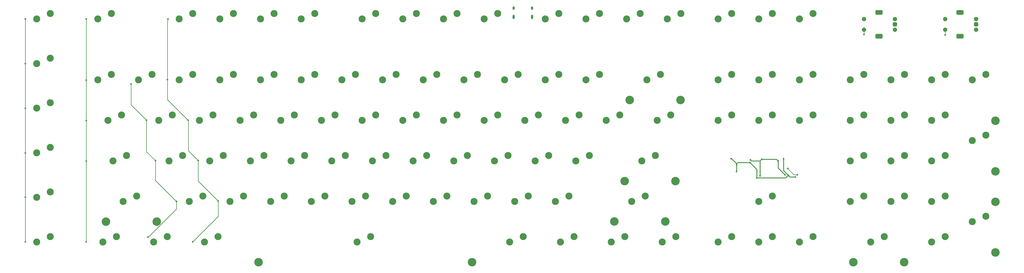
<source format=gbr>
%TF.GenerationSoftware,KiCad,Pcbnew,8.0.2*%
%TF.CreationDate,2024-05-15T22:30:44+02:00*%
%TF.ProjectId,micha_board,6d696368-615f-4626-9f61-72642e6b6963,rev?*%
%TF.SameCoordinates,Original*%
%TF.FileFunction,Copper,L1,Top*%
%TF.FilePolarity,Positive*%
%FSLAX46Y46*%
G04 Gerber Fmt 4.6, Leading zero omitted, Abs format (unit mm)*
G04 Created by KiCad (PCBNEW 8.0.2) date 2024-05-15 22:30:44*
%MOMM*%
%LPD*%
G01*
G04 APERTURE LIST*
G04 Aperture macros list*
%AMRoundRect*
0 Rectangle with rounded corners*
0 $1 Rounding radius*
0 $2 $3 $4 $5 $6 $7 $8 $9 X,Y pos of 4 corners*
0 Add a 4 corners polygon primitive as box body*
4,1,4,$2,$3,$4,$5,$6,$7,$8,$9,$2,$3,0*
0 Add four circle primitives for the rounded corners*
1,1,$1+$1,$2,$3*
1,1,$1+$1,$4,$5*
1,1,$1+$1,$6,$7*
1,1,$1+$1,$8,$9*
0 Add four rect primitives between the rounded corners*
20,1,$1+$1,$2,$3,$4,$5,0*
20,1,$1+$1,$4,$5,$6,$7,0*
20,1,$1+$1,$6,$7,$8,$9,0*
20,1,$1+$1,$8,$9,$2,$3,0*%
G04 Aperture macros list end*
%TA.AperFunction,ComponentPad*%
%ADD10O,1.000000X2.100000*%
%TD*%
%TA.AperFunction,ComponentPad*%
%ADD11O,1.000000X1.600000*%
%TD*%
%TA.AperFunction,ComponentPad*%
%ADD12C,2.000000*%
%TD*%
%TA.AperFunction,ComponentPad*%
%ADD13RoundRect,0.500000X0.500000X0.500000X-0.500000X0.500000X-0.500000X-0.500000X0.500000X-0.500000X0*%
%TD*%
%TA.AperFunction,ComponentPad*%
%ADD14RoundRect,0.550000X1.150000X0.550000X-1.150000X0.550000X-1.150000X-0.550000X1.150000X-0.550000X0*%
%TD*%
%TA.AperFunction,ComponentPad*%
%ADD15C,4.000000*%
%TD*%
%TA.AperFunction,ComponentPad*%
%ADD16C,3.300000*%
%TD*%
%TA.AperFunction,ViaPad*%
%ADD17C,0.800000*%
%TD*%
%TA.AperFunction,Conductor*%
%ADD18C,0.250000*%
%TD*%
%TA.AperFunction,Conductor*%
%ADD19C,0.400000*%
%TD*%
G04 APERTURE END LIST*
D10*
%TO.P,J1,S1,SHIELD*%
%TO.N,GND*%
X257580000Y-34630000D03*
D11*
X257580000Y-30450000D03*
D10*
X266220000Y-34630000D03*
D11*
X266220000Y-30450000D03*
%TD*%
D12*
%TO.P,SW2,A,A*%
%TO.N,ENC1_B*%
X474200000Y-40600000D03*
%TO.P,SW2,B,B*%
%TO.N,ENC1_A*%
X474200000Y-35600000D03*
D13*
%TO.P,SW2,C,C*%
%TO.N,GND*%
X474200000Y-38100000D03*
D14*
%TO.P,SW2,MP*%
%TO.N,N/C*%
X466700000Y-43700000D03*
X466700000Y-32500000D03*
D12*
%TO.P,SW2,S1,S1*%
%TO.N,COL19*%
X459700000Y-35600000D03*
%TO.P,SW2,S2,S2*%
%TO.N,Net-(D112-A)*%
X459700000Y-40600000D03*
%TD*%
%TO.P,SW1,A,A*%
%TO.N,ENC0_B*%
X436200000Y-40600000D03*
%TO.P,SW1,B,B*%
%TO.N,ENC0_A*%
X436200000Y-35600000D03*
D13*
%TO.P,SW1,C,C*%
%TO.N,GND*%
X436200000Y-38100000D03*
D14*
%TO.P,SW1,MP*%
%TO.N,N/C*%
X428700000Y-43700000D03*
X428700000Y-32500000D03*
D12*
%TO.P,SW1,S1,S1*%
%TO.N,COL17*%
X421700000Y-35600000D03*
%TO.P,SW1,S2,S2*%
%TO.N,Net-(D111-A)*%
X421700000Y-40600000D03*
%TD*%
D15*
%TO.P,S8,*%
%TO.N,*%
X335756250Y-73660000D03*
X311943750Y-73660000D03*
%TD*%
%TO.P,S4,*%
%TO.N,*%
X328612500Y-130730625D03*
X304800000Y-130730625D03*
%TD*%
%TO.P,S7,*%
%TO.N,*%
X483235000Y-83343750D03*
X483235000Y-107156250D03*
%TD*%
%TO.P,S6,*%
%TO.N,*%
X483235000Y-121443750D03*
X483235000Y-145256250D03*
%TD*%
%TO.P,S5,*%
%TO.N,*%
X440531250Y-149860000D03*
X416718750Y-149860000D03*
%TD*%
%TO.P,S3,*%
%TO.N,*%
X333375000Y-111760000D03*
X309562500Y-111760000D03*
%TD*%
%TO.P,S2,*%
%TO.N,*%
X90487500Y-130810000D03*
X66675000Y-130810000D03*
%TD*%
%TO.P,S1,*%
%TO.N,*%
X238125000Y-149860000D03*
X138112500Y-149860000D03*
%TD*%
D16*
%TO.P,MX110,1,1*%
%TO.N,COL19*%
X453390000Y-140335000D03*
%TO.P,MX110,2,2*%
%TO.N,Net-(D110-A)*%
X459740000Y-137795000D03*
%TD*%
%TO.P,MX109,1,1*%
%TO.N,COL17*%
X424815000Y-140335000D03*
%TO.P,MX109,2,2*%
%TO.N,Net-(D109-A)*%
X431165000Y-137795000D03*
%TD*%
%TO.P,MX108,1,1*%
%TO.N,COL16*%
X391477500Y-140335000D03*
%TO.P,MX108,2,2*%
%TO.N,Net-(D108-A)*%
X397827500Y-137795000D03*
%TD*%
%TO.P,MX107,1,1*%
%TO.N,COL15*%
X372427500Y-140335000D03*
%TO.P,MX107,2,2*%
%TO.N,Net-(D107-A)*%
X378777500Y-137795000D03*
%TD*%
%TO.P,MX106,1,1*%
%TO.N,COL14*%
X353377500Y-140335000D03*
%TO.P,MX106,2,2*%
%TO.N,Net-(D106-A)*%
X359727500Y-137795000D03*
%TD*%
%TO.P,MX105,1,1*%
%TO.N,COL13*%
X327183750Y-140335000D03*
%TO.P,MX105,2,2*%
%TO.N,Net-(D105-A)*%
X333533750Y-137795000D03*
%TD*%
%TO.P,MX104,1,1*%
%TO.N,COL12*%
X303371250Y-140335000D03*
%TO.P,MX104,2,2*%
%TO.N,Net-(D104-A)*%
X309721250Y-137795000D03*
%TD*%
%TO.P,MX103,1,1*%
%TO.N,COL10*%
X279558750Y-140335000D03*
%TO.P,MX103,2,2*%
%TO.N,Net-(D103-A)*%
X285908750Y-137795000D03*
%TD*%
%TO.P,MX102,1,1*%
%TO.N,COL09*%
X255746250Y-140335000D03*
%TO.P,MX102,2,2*%
%TO.N,Net-(D102-A)*%
X262096250Y-137795000D03*
%TD*%
%TO.P,MX101,1,1*%
%TO.N,COL05*%
X184308750Y-140335000D03*
%TO.P,MX101,2,2*%
%TO.N,Net-(D101-A)*%
X190658750Y-137795000D03*
%TD*%
%TO.P,MX100,1,1*%
%TO.N,COL02*%
X112871250Y-140335000D03*
%TO.P,MX100,2,2*%
%TO.N,Net-(D100-A)*%
X119221250Y-137795000D03*
%TD*%
%TO.P,MX99,1,1*%
%TO.N,Net-(MX20-Pad1)*%
X89058750Y-140335000D03*
%TO.P,MX99,2,2*%
%TO.N,Net-(D99-A)*%
X95408750Y-137795000D03*
%TD*%
%TO.P,MX98,1,1*%
%TO.N,COL01*%
X65246250Y-140335000D03*
%TO.P,MX98,2,2*%
%TO.N,Net-(D98-A)*%
X71596250Y-137795000D03*
%TD*%
%TO.P,MX97,1,1*%
%TO.N,COL00*%
X34290000Y-140335000D03*
%TO.P,MX97,2,2*%
%TO.N,Net-(D97-A)*%
X40640000Y-137795000D03*
%TD*%
%TO.P,MX96,1,1*%
%TO.N,COL08*%
X472440000Y-130810000D03*
%TO.P,MX96,2,2*%
%TO.N,Net-(D96-A)*%
X478790000Y-128270000D03*
%TD*%
%TO.P,MX95,1,1*%
%TO.N,COL19*%
X453390000Y-121285000D03*
%TO.P,MX95,2,2*%
%TO.N,Net-(D95-A)*%
X459740000Y-118745000D03*
%TD*%
%TO.P,MX94,1,1*%
%TO.N,COL14*%
X434340000Y-121285000D03*
%TO.P,MX94,2,2*%
%TO.N,Net-(D94-A)*%
X440690000Y-118745000D03*
%TD*%
%TO.P,MX93,1,1*%
%TO.N,COL17*%
X415290000Y-121285000D03*
%TO.P,MX93,2,2*%
%TO.N,Net-(D93-A)*%
X421640000Y-118745000D03*
%TD*%
%TO.P,MX92,1,1*%
%TO.N,COL15*%
X372427500Y-121285000D03*
%TO.P,MX92,2,2*%
%TO.N,Net-(D92-A)*%
X378777500Y-118745000D03*
%TD*%
%TO.P,MX91,1,1*%
%TO.N,COL13*%
X312896250Y-121285000D03*
%TO.P,MX91,2,2*%
%TO.N,Net-(D91-A)*%
X319246250Y-118745000D03*
%TD*%
%TO.P,MX90,1,1*%
%TO.N,COL10*%
X277177500Y-121285000D03*
%TO.P,MX90,2,2*%
%TO.N,Net-(D90-A)*%
X283527500Y-118745000D03*
%TD*%
%TO.P,MX89,1,1*%
%TO.N,COL09*%
X258127500Y-121285000D03*
%TO.P,MX89,2,2*%
%TO.N,Net-(D89-A)*%
X264477500Y-118745000D03*
%TD*%
%TO.P,MX88,1,1*%
%TO.N,COL08*%
X239077500Y-121285000D03*
%TO.P,MX88,2,2*%
%TO.N,Net-(D88-A)*%
X245427500Y-118745000D03*
%TD*%
%TO.P,MX87,1,1*%
%TO.N,COL07*%
X220027500Y-121285000D03*
%TO.P,MX87,2,2*%
%TO.N,Net-(D87-A)*%
X226377500Y-118745000D03*
%TD*%
%TO.P,MX86,1,1*%
%TO.N,COL06*%
X200977500Y-121285000D03*
%TO.P,MX86,2,2*%
%TO.N,Net-(D86-A)*%
X207327500Y-118745000D03*
%TD*%
%TO.P,MX85,1,1*%
%TO.N,COL05*%
X181927500Y-121285000D03*
%TO.P,MX85,2,2*%
%TO.N,Net-(D85-A)*%
X188277500Y-118745000D03*
%TD*%
%TO.P,MX84,1,1*%
%TO.N,COL04*%
X162877500Y-121285000D03*
%TO.P,MX84,2,2*%
%TO.N,Net-(D84-A)*%
X169227500Y-118745000D03*
%TD*%
%TO.P,MX83,1,1*%
%TO.N,COL03*%
X143827500Y-121285000D03*
%TO.P,MX83,2,2*%
%TO.N,Net-(D83-A)*%
X150177500Y-118745000D03*
%TD*%
%TO.P,MX82,1,1*%
%TO.N,COL02*%
X124777500Y-121285000D03*
%TO.P,MX82,2,2*%
%TO.N,Net-(D82-A)*%
X131127500Y-118745000D03*
%TD*%
%TO.P,MX81,1,1*%
%TO.N,Net-(MX20-Pad1)*%
X105727500Y-121285000D03*
%TO.P,MX81,2,2*%
%TO.N,Net-(D81-A)*%
X112077500Y-118745000D03*
%TD*%
%TO.P,MX80,1,1*%
%TO.N,COL01*%
X74771250Y-121285000D03*
%TO.P,MX80,2,2*%
%TO.N,Net-(D80-A)*%
X81121250Y-118745000D03*
%TD*%
%TO.P,MX79,1,1*%
%TO.N,COL00*%
X34290000Y-119380000D03*
%TO.P,MX79,2,2*%
%TO.N,Net-(D79-A)*%
X40640000Y-116840000D03*
%TD*%
%TO.P,MX78,1,1*%
%TO.N,COL19*%
X453390000Y-102235000D03*
%TO.P,MX78,2,2*%
%TO.N,Net-(D78-A)*%
X459740000Y-99695000D03*
%TD*%
%TO.P,MX77,1,1*%
%TO.N,COL14*%
X434340000Y-102235000D03*
%TO.P,MX77,2,2*%
%TO.N,Net-(D77-A)*%
X440690000Y-99695000D03*
%TD*%
%TO.P,MX76,1,1*%
%TO.N,COL17*%
X415290000Y-102235000D03*
%TO.P,MX76,2,2*%
%TO.N,Net-(D76-A)*%
X421640000Y-99695000D03*
%TD*%
%TO.P,MX75,1,1*%
%TO.N,COL13*%
X317658750Y-102235000D03*
%TO.P,MX75,2,2*%
%TO.N,Net-(D75-A)*%
X324008750Y-99695000D03*
%TD*%
%TO.P,MX74,1,1*%
%TO.N,COL11*%
X286702500Y-102235000D03*
%TO.P,MX74,2,2*%
%TO.N,Net-(D74-A)*%
X293052500Y-99695000D03*
%TD*%
%TO.P,MX73,1,1*%
%TO.N,COL10*%
X267652500Y-102235000D03*
%TO.P,MX73,2,2*%
%TO.N,Net-(D73-A)*%
X274002500Y-99695000D03*
%TD*%
%TO.P,MX72,1,1*%
%TO.N,COL09*%
X248602500Y-102235000D03*
%TO.P,MX72,2,2*%
%TO.N,Net-(D72-A)*%
X254952500Y-99695000D03*
%TD*%
%TO.P,MX71,1,1*%
%TO.N,COL08*%
X229552500Y-102235000D03*
%TO.P,MX71,2,2*%
%TO.N,Net-(D71-A)*%
X235902500Y-99695000D03*
%TD*%
%TO.P,MX70,1,1*%
%TO.N,COL07*%
X210502500Y-102235000D03*
%TO.P,MX70,2,2*%
%TO.N,Net-(D70-A)*%
X216852500Y-99695000D03*
%TD*%
%TO.P,MX69,1,1*%
%TO.N,COL06*%
X191452500Y-102235000D03*
%TO.P,MX69,2,2*%
%TO.N,Net-(D69-A)*%
X197802500Y-99695000D03*
%TD*%
%TO.P,MX68,1,1*%
%TO.N,COL05*%
X172402500Y-102235000D03*
%TO.P,MX68,2,2*%
%TO.N,Net-(D68-A)*%
X178752500Y-99695000D03*
%TD*%
%TO.P,MX67,1,1*%
%TO.N,COL04*%
X153352500Y-102235000D03*
%TO.P,MX67,2,2*%
%TO.N,Net-(D67-A)*%
X159702500Y-99695000D03*
%TD*%
%TO.P,MX66,1,1*%
%TO.N,COL03*%
X134302500Y-102235000D03*
%TO.P,MX66,2,2*%
%TO.N,Net-(D66-A)*%
X140652500Y-99695000D03*
%TD*%
%TO.P,MX65,1,1*%
%TO.N,COL02*%
X115252500Y-102235000D03*
%TO.P,MX65,2,2*%
%TO.N,Net-(D65-A)*%
X121602500Y-99695000D03*
%TD*%
%TO.P,MX64,1,1*%
%TO.N,Net-(MX20-Pad1)*%
X96202500Y-102235000D03*
%TO.P,MX64,2,2*%
%TO.N,Net-(D64-A)*%
X102552500Y-99695000D03*
%TD*%
%TO.P,MX63,1,1*%
%TO.N,COL01*%
X70008750Y-102235000D03*
%TO.P,MX63,2,2*%
%TO.N,Net-(D63-A)*%
X76358750Y-99695000D03*
%TD*%
%TO.P,MX62,1,1*%
%TO.N,COL00*%
X34290000Y-98425000D03*
%TO.P,MX62,2,2*%
%TO.N,Net-(D62-A)*%
X40640000Y-95885000D03*
%TD*%
%TO.P,MX61,1,1*%
%TO.N,COL07*%
X472440000Y-92710000D03*
%TO.P,MX61,2,2*%
%TO.N,Net-(D61-A)*%
X478790000Y-90170000D03*
%TD*%
%TO.P,MX60,1,1*%
%TO.N,COL19*%
X453390000Y-83185000D03*
%TO.P,MX60,2,2*%
%TO.N,Net-(D60-A)*%
X459740000Y-80645000D03*
%TD*%
%TO.P,MX59,1,1*%
%TO.N,COL16*%
X434340000Y-83185000D03*
%TO.P,MX59,2,2*%
%TO.N,Net-(D59-A)*%
X440690000Y-80645000D03*
%TD*%
%TO.P,MX58,1,1*%
%TO.N,COL17*%
X415290000Y-83185000D03*
%TO.P,MX58,2,2*%
%TO.N,Net-(D58-A)*%
X421640000Y-80645000D03*
%TD*%
%TO.P,MX57,1,1*%
%TO.N,COL16*%
X391477500Y-83185000D03*
%TO.P,MX57,2,2*%
%TO.N,Net-(D57-A)*%
X397827500Y-80645000D03*
%TD*%
%TO.P,MX56,1,1*%
%TO.N,COL15*%
X372427500Y-83185000D03*
%TO.P,MX56,2,2*%
%TO.N,Net-(D56-A)*%
X378777500Y-80645000D03*
%TD*%
%TO.P,MX55,1,1*%
%TO.N,COL14*%
X353377500Y-83185000D03*
%TO.P,MX55,2,2*%
%TO.N,Net-(D55-A)*%
X359727500Y-80645000D03*
%TD*%
%TO.P,MX53,1,1*%
%TO.N,COL12*%
X300990000Y-83185000D03*
%TO.P,MX53,2,2*%
%TO.N,Net-(D53-A)*%
X307340000Y-80645000D03*
%TD*%
%TO.P,MX52,1,1*%
%TO.N,COL11*%
X281940000Y-83185000D03*
%TO.P,MX52,2,2*%
%TO.N,Net-(D52-A)*%
X288290000Y-80645000D03*
%TD*%
%TO.P,MX51,1,1*%
%TO.N,COL10*%
X262890000Y-83185000D03*
%TO.P,MX51,2,2*%
%TO.N,Net-(D51-A)*%
X269240000Y-80645000D03*
%TD*%
%TO.P,MX50,1,1*%
%TO.N,COL09*%
X243840000Y-83185000D03*
%TO.P,MX50,2,2*%
%TO.N,Net-(D50-A)*%
X250190000Y-80645000D03*
%TD*%
%TO.P,MX49,1,1*%
%TO.N,COL08*%
X224790000Y-83185000D03*
%TO.P,MX49,2,2*%
%TO.N,Net-(D49-A)*%
X231140000Y-80645000D03*
%TD*%
%TO.P,MX48,1,1*%
%TO.N,COL07*%
X205740000Y-83185000D03*
%TO.P,MX48,2,2*%
%TO.N,Net-(D48-A)*%
X212090000Y-80645000D03*
%TD*%
%TO.P,MX47,1,1*%
%TO.N,COL06*%
X186690000Y-83185000D03*
%TO.P,MX47,2,2*%
%TO.N,Net-(D47-A)*%
X193040000Y-80645000D03*
%TD*%
%TO.P,MX46,1,1*%
%TO.N,COL05*%
X167640000Y-83185000D03*
%TO.P,MX46,2,2*%
%TO.N,Net-(D46-A)*%
X173990000Y-80645000D03*
%TD*%
%TO.P,MX45,1,1*%
%TO.N,COL04*%
X148590000Y-83185000D03*
%TO.P,MX45,2,2*%
%TO.N,Net-(D45-A)*%
X154940000Y-80645000D03*
%TD*%
%TO.P,MX44,1,1*%
%TO.N,COL03*%
X129540000Y-83185000D03*
%TO.P,MX44,2,2*%
%TO.N,Net-(D44-A)*%
X135890000Y-80645000D03*
%TD*%
%TO.P,MX43,1,1*%
%TO.N,COL02*%
X110490000Y-83185000D03*
%TO.P,MX43,2,2*%
%TO.N,Net-(D43-A)*%
X116840000Y-80645000D03*
%TD*%
%TO.P,MX42,1,1*%
%TO.N,Net-(MX20-Pad1)*%
X91440000Y-83185000D03*
%TO.P,MX42,2,2*%
%TO.N,Net-(D42-A)*%
X97790000Y-80645000D03*
%TD*%
%TO.P,MX41,1,1*%
%TO.N,COL01*%
X67627500Y-83185000D03*
%TO.P,MX41,2,2*%
%TO.N,Net-(D41-A)*%
X73977500Y-80645000D03*
%TD*%
%TO.P,MX40,1,1*%
%TO.N,COL00*%
X34290000Y-77470000D03*
%TO.P,MX40,2,2*%
%TO.N,Net-(D40-A)*%
X40640000Y-74930000D03*
%TD*%
%TO.P,MX39,1,1*%
%TO.N,COL06*%
X472440000Y-64135000D03*
%TO.P,MX39,2,2*%
%TO.N,Net-(D39-A)*%
X478790000Y-61595000D03*
%TD*%
%TO.P,MX38,1,1*%
%TO.N,COL19*%
X453390000Y-64135000D03*
%TO.P,MX38,2,2*%
%TO.N,Net-(D38-A)*%
X459740000Y-61595000D03*
%TD*%
%TO.P,MX37,1,1*%
%TO.N,COL16*%
X434340000Y-64135000D03*
%TO.P,MX37,2,2*%
%TO.N,Net-(D37-A)*%
X440690000Y-61595000D03*
%TD*%
%TO.P,MX36,1,1*%
%TO.N,COL17*%
X415290000Y-64135000D03*
%TO.P,MX36,2,2*%
%TO.N,Net-(D36-A)*%
X421640000Y-61595000D03*
%TD*%
%TO.P,MX35,1,1*%
%TO.N,COL16*%
X391477500Y-64135000D03*
%TO.P,MX35,2,2*%
%TO.N,Net-(D35-A)*%
X397827500Y-61595000D03*
%TD*%
%TO.P,MX34,1,1*%
%TO.N,COL15*%
X372427500Y-64135000D03*
%TO.P,MX34,2,2*%
%TO.N,Net-(D34-A)*%
X378777500Y-61595000D03*
%TD*%
%TO.P,MX33,1,1*%
%TO.N,COL14*%
X353377500Y-64135000D03*
%TO.P,MX33,2,2*%
%TO.N,Net-(D33-A)*%
X359727500Y-61595000D03*
%TD*%
%TO.P,MX32,1,1*%
%TO.N,COL13*%
X320040000Y-64135000D03*
%TO.P,MX32,2,2*%
%TO.N,Net-(D32-A)*%
X326390000Y-61595000D03*
%TD*%
%TO.P,MX31,1,1*%
%TO.N,COL12*%
X291465000Y-64135000D03*
%TO.P,MX31,2,2*%
%TO.N,Net-(D31-A)*%
X297815000Y-61595000D03*
%TD*%
%TO.P,MX30,1,1*%
%TO.N,COL11*%
X272415000Y-64135000D03*
%TO.P,MX30,2,2*%
%TO.N,Net-(D30-A)*%
X278765000Y-61595000D03*
%TD*%
%TO.P,MX29,1,1*%
%TO.N,COL10*%
X253365000Y-64135000D03*
%TO.P,MX29,2,2*%
%TO.N,Net-(D29-A)*%
X259715000Y-61595000D03*
%TD*%
%TO.P,MX28,1,1*%
%TO.N,COL09*%
X234315000Y-64135000D03*
%TO.P,MX28,2,2*%
%TO.N,Net-(D28-A)*%
X240665000Y-61595000D03*
%TD*%
%TO.P,MX27,1,1*%
%TO.N,COL08*%
X215265000Y-64135000D03*
%TO.P,MX27,2,2*%
%TO.N,Net-(D27-A)*%
X221615000Y-61595000D03*
%TD*%
%TO.P,MX26,1,1*%
%TO.N,COL07*%
X196215000Y-64135000D03*
%TO.P,MX26,2,2*%
%TO.N,Net-(D26-A)*%
X202565000Y-61595000D03*
%TD*%
%TO.P,MX25,1,1*%
%TO.N,COL06*%
X177165000Y-64135000D03*
%TO.P,MX25,2,2*%
%TO.N,Net-(D25-A)*%
X183515000Y-61595000D03*
%TD*%
%TO.P,MX24,1,1*%
%TO.N,COL05*%
X158115000Y-64135000D03*
%TO.P,MX24,2,2*%
%TO.N,Net-(D24-A)*%
X164465000Y-61595000D03*
%TD*%
%TO.P,MX23,1,1*%
%TO.N,COL04*%
X139065000Y-64135000D03*
%TO.P,MX23,2,2*%
%TO.N,Net-(D23-A)*%
X145415000Y-61595000D03*
%TD*%
%TO.P,MX22,1,1*%
%TO.N,COL03*%
X120015000Y-64135000D03*
%TO.P,MX22,2,2*%
%TO.N,Net-(D22-A)*%
X126365000Y-61595000D03*
%TD*%
%TO.P,MX21,1,1*%
%TO.N,COL02*%
X100965000Y-64135000D03*
%TO.P,MX21,2,2*%
%TO.N,Net-(D21-A)*%
X107315000Y-61595000D03*
%TD*%
%TO.P,MX20,1,1*%
%TO.N,Net-(MX20-Pad1)*%
X81915000Y-64135000D03*
%TO.P,MX20,2,2*%
%TO.N,Net-(D20-A)*%
X88265000Y-61595000D03*
%TD*%
%TO.P,MX19,1,1*%
%TO.N,COL01*%
X62865000Y-64135000D03*
%TO.P,MX19,2,2*%
%TO.N,Net-(D19-A)*%
X69215000Y-61595000D03*
%TD*%
%TO.P,MX18,1,1*%
%TO.N,COL00*%
X34290000Y-56515000D03*
%TO.P,MX18,2,2*%
%TO.N,Net-(D18-A)*%
X40640000Y-53975000D03*
%TD*%
%TO.P,MX17,1,1*%
%TO.N,COL16*%
X391477500Y-35560000D03*
%TO.P,MX17,2,2*%
%TO.N,Net-(D17-A)*%
X397827500Y-33020000D03*
%TD*%
%TO.P,MX16,1,1*%
%TO.N,COL15*%
X372427500Y-35560000D03*
%TO.P,MX16,2,2*%
%TO.N,Net-(D16-A)*%
X378777500Y-33020000D03*
%TD*%
%TO.P,MX15,1,1*%
%TO.N,COL14*%
X353377500Y-35560000D03*
%TO.P,MX15,2,2*%
%TO.N,Net-(D15-A)*%
X359727500Y-33020000D03*
%TD*%
%TO.P,MX14,1,1*%
%TO.N,COL13*%
X329565000Y-35560000D03*
%TO.P,MX14,2,2*%
%TO.N,Net-(D14-A)*%
X335915000Y-33020000D03*
%TD*%
%TO.P,MX13,1,1*%
%TO.N,COL12*%
X310515000Y-35560000D03*
%TO.P,MX13,2,2*%
%TO.N,Net-(D13-A)*%
X316865000Y-33020000D03*
%TD*%
%TO.P,MX12,1,1*%
%TO.N,COL11*%
X291465000Y-35560000D03*
%TO.P,MX12,2,2*%
%TO.N,Net-(D12-A)*%
X297815000Y-33020000D03*
%TD*%
%TO.P,MX11,1,1*%
%TO.N,COL10*%
X272415000Y-35560000D03*
%TO.P,MX11,2,2*%
%TO.N,Net-(D11-A)*%
X278765000Y-33020000D03*
%TD*%
%TO.P,MX10,1,1*%
%TO.N,COL09*%
X243840000Y-35560000D03*
%TO.P,MX10,2,2*%
%TO.N,Net-(D10-A)*%
X250190000Y-33020000D03*
%TD*%
%TO.P,MX9,1,1*%
%TO.N,COL08*%
X224790000Y-35560000D03*
%TO.P,MX9,2,2*%
%TO.N,Net-(D9-A)*%
X231140000Y-33020000D03*
%TD*%
%TO.P,MX8,1,1*%
%TO.N,COL07*%
X205740000Y-35560000D03*
%TO.P,MX8,2,2*%
%TO.N,Net-(D8-A)*%
X212090000Y-33020000D03*
%TD*%
%TO.P,MX7,1,1*%
%TO.N,COL06*%
X186690000Y-35560000D03*
%TO.P,MX7,2,2*%
%TO.N,Net-(D7-A)*%
X193040000Y-33020000D03*
%TD*%
%TO.P,MX6,1,1*%
%TO.N,COL05*%
X158115000Y-35560000D03*
%TO.P,MX6,2,2*%
%TO.N,Net-(D6-A)*%
X164465000Y-33020000D03*
%TD*%
%TO.P,MX5,1,1*%
%TO.N,COL04*%
X139065000Y-35560000D03*
%TO.P,MX5,2,2*%
%TO.N,Net-(D5-A)*%
X145415000Y-33020000D03*
%TD*%
%TO.P,MX4,1,1*%
%TO.N,COL03*%
X120015000Y-35560000D03*
%TO.P,MX4,2,2*%
%TO.N,Net-(D4-A)*%
X126365000Y-33020000D03*
%TD*%
%TO.P,MX3,1,1*%
%TO.N,COL02*%
X100965000Y-35560000D03*
%TO.P,MX3,2,2*%
%TO.N,Net-(D3-A)*%
X107315000Y-33020000D03*
%TD*%
%TO.P,MX2,1,1*%
%TO.N,COL01*%
X62865000Y-35560000D03*
%TO.P,MX2,2,2*%
%TO.N,Net-(D2-A)*%
X69215000Y-33020000D03*
%TD*%
%TO.P,MX1,1,1*%
%TO.N,COL00*%
X34290000Y-35560000D03*
%TO.P,MX1,2,2*%
%TO.N,Net-(D1-A)*%
X40640000Y-33020000D03*
%TD*%
%TO.P,MX54,1,1*%
%TO.N,COL13*%
X324802500Y-83185000D03*
%TO.P,MX54,2,2*%
%TO.N,Net-(D54-A)*%
X331152500Y-80645000D03*
%TD*%
D17*
%TO.N,COL02*%
X107300000Y-140300000D03*
X119300000Y-121100000D03*
X109900000Y-102100000D03*
X105100000Y-83100000D03*
X95500000Y-64100000D03*
X95700000Y-35500000D03*
%TO.N,Net-(MX20-Pad1)*%
X86300000Y-138100000D03*
X99700000Y-121300000D03*
X89900000Y-102100000D03*
X78500000Y-66100000D03*
X85700000Y-83100000D03*
%TO.N,COL01*%
X57500000Y-64300000D03*
X57500000Y-83300000D03*
X57500000Y-102300000D03*
X57500000Y-35500000D03*
X57500000Y-140300000D03*
%TO.N,COL00*%
X28900000Y-56500000D03*
X28900000Y-77500000D03*
X28900000Y-98500000D03*
X28900000Y-119300000D03*
X28900000Y-140300000D03*
X28900000Y-35500000D03*
%TO.N,Net-(D111-A)*%
X421700000Y-42900000D03*
%TO.N,Net-(D112-A)*%
X459700000Y-43100000D03*
%TO.N,GND*%
X386230327Y-109013423D03*
X368243750Y-103000000D03*
X361993750Y-104000000D03*
X359493750Y-101250000D03*
X383993750Y-101250000D03*
X371493750Y-110250000D03*
X361993750Y-107250000D03*
X389493750Y-109750000D03*
%TO.N,+3V3*%
X384730327Y-108763423D03*
X373743750Y-101500000D03*
X372993750Y-109250000D03*
X381493750Y-102250000D03*
X368493750Y-101750000D03*
%TO.N,NRST*%
X390493750Y-108750000D03*
X385943750Y-105800000D03*
%TD*%
D18*
%TO.N,COL02*%
X119300000Y-128300000D02*
X107300000Y-140300000D01*
X119300000Y-121100000D02*
X119300000Y-128300000D01*
X109900000Y-111700000D02*
X119300000Y-121100000D01*
X109900000Y-102100000D02*
X109900000Y-111700000D01*
X105300000Y-97500000D02*
X109900000Y-102100000D01*
X105300000Y-83300000D02*
X105300000Y-97500000D01*
X105100000Y-83100000D02*
X105300000Y-83300000D01*
X95500000Y-73500000D02*
X105100000Y-83100000D01*
X95500000Y-64100000D02*
X95500000Y-73500000D01*
X95500000Y-36300000D02*
X95500000Y-64100000D01*
X95700000Y-35500000D02*
X95700000Y-36100000D01*
X95700000Y-36100000D02*
X95500000Y-36300000D01*
%TO.N,Net-(MX20-Pad1)*%
X86485547Y-138100000D02*
X86300000Y-138100000D01*
X99700000Y-124885547D02*
X86485547Y-138100000D01*
X99700000Y-121300000D02*
X99700000Y-124885547D01*
X89900000Y-111500000D02*
X99700000Y-121300000D01*
X89900000Y-102100000D02*
X89900000Y-111500000D01*
X85700000Y-97900000D02*
X89900000Y-102100000D01*
X85700000Y-83100000D02*
X85700000Y-97900000D01*
X78500000Y-75900000D02*
X85700000Y-83100000D01*
X78500000Y-66100000D02*
X78500000Y-75900000D01*
%TO.N,COL01*%
X57500000Y-64300000D02*
X57500000Y-83300000D01*
X57500000Y-35500000D02*
X57500000Y-64300000D01*
X57500000Y-83300000D02*
X57500000Y-102300000D01*
X57500000Y-102300000D02*
X57500000Y-140300000D01*
%TO.N,COL00*%
X28900000Y-56500000D02*
X28900000Y-77500000D01*
X28900000Y-35500000D02*
X28900000Y-56500000D01*
X28900000Y-77500000D02*
X28900000Y-98500000D01*
X28900000Y-98500000D02*
X28900000Y-119300000D01*
X28900000Y-119300000D02*
X28900000Y-140300000D01*
%TO.N,Net-(D111-A)*%
X421700000Y-40600000D02*
X421700000Y-42900000D01*
%TO.N,Net-(D112-A)*%
X459700000Y-40600000D02*
X459700000Y-43100000D01*
D19*
%TO.N,GND*%
X386230327Y-109013423D02*
X386966904Y-109750000D01*
X362493750Y-103000000D02*
X361993750Y-103500000D01*
X386966904Y-109750000D02*
X389493750Y-109750000D01*
X371493750Y-110250000D02*
X384993750Y-110250000D01*
X361993750Y-104000000D02*
X361993750Y-103500000D01*
X359743750Y-101250000D02*
X361993750Y-103500000D01*
X371493750Y-110250000D02*
X371493750Y-106250000D01*
X359493750Y-101250000D02*
X359743750Y-101250000D01*
X383993750Y-106776846D02*
X386230327Y-109013423D01*
X368243750Y-103000000D02*
X362493750Y-103000000D01*
X383993750Y-101250000D02*
X383993750Y-106776846D01*
X384993750Y-110250000D02*
X386230327Y-109013423D01*
X361993750Y-107250000D02*
X361993750Y-104000000D01*
X371493750Y-106250000D02*
X368243750Y-103000000D01*
%TO.N,+3V3*%
X373743750Y-101500000D02*
X380743750Y-101500000D01*
X373743750Y-101500000D02*
X372993750Y-102250000D01*
X380743750Y-101500000D02*
X381493750Y-102250000D01*
X372993750Y-102250000D02*
X372993750Y-103000000D01*
X384730327Y-108763423D02*
X381493750Y-105526846D01*
X368993750Y-102250000D02*
X372993750Y-102250000D01*
X381493750Y-105526846D02*
X381493750Y-102250000D01*
X368493750Y-101750000D02*
X368993750Y-102250000D01*
X372993750Y-109250000D02*
X372993750Y-103000000D01*
D18*
%TO.N,NRST*%
X388893750Y-108750000D02*
X385943750Y-105800000D01*
X390493750Y-108750000D02*
X388893750Y-108750000D01*
%TD*%
M02*

</source>
